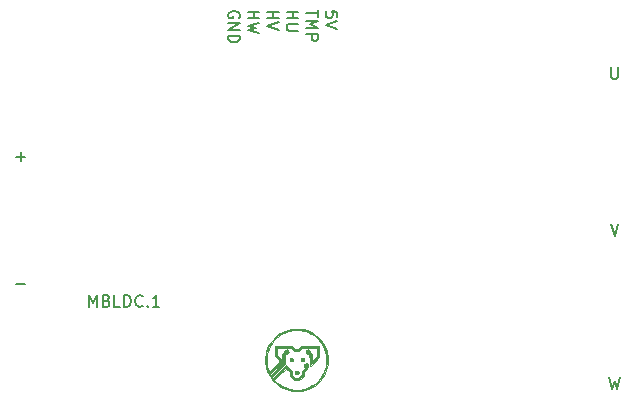
<source format=gbr>
G04 #@! TF.GenerationSoftware,KiCad,Pcbnew,(5.1.5)-3*
G04 #@! TF.CreationDate,2020-12-16T15:48:43+01:00*
G04 #@! TF.ProjectId,esc,6573632e-6b69-4636-9164-5f7063625858,rev?*
G04 #@! TF.SameCoordinates,Original*
G04 #@! TF.FileFunction,Legend,Top*
G04 #@! TF.FilePolarity,Positive*
%FSLAX46Y46*%
G04 Gerber Fmt 4.6, Leading zero omitted, Abs format (unit mm)*
G04 Created by KiCad (PCBNEW (5.1.5)-3) date 2020-12-16 15:48:43*
%MOMM*%
%LPD*%
G04 APERTURE LIST*
%ADD10C,0.150000*%
%ADD11C,0.010000*%
G04 APERTURE END LIST*
D10*
X127349619Y-109037380D02*
X127349619Y-108037380D01*
X127682952Y-108751666D01*
X128016285Y-108037380D01*
X128016285Y-109037380D01*
X128825809Y-108513571D02*
X128968666Y-108561190D01*
X129016285Y-108608809D01*
X129063904Y-108704047D01*
X129063904Y-108846904D01*
X129016285Y-108942142D01*
X128968666Y-108989761D01*
X128873428Y-109037380D01*
X128492476Y-109037380D01*
X128492476Y-108037380D01*
X128825809Y-108037380D01*
X128921047Y-108085000D01*
X128968666Y-108132619D01*
X129016285Y-108227857D01*
X129016285Y-108323095D01*
X128968666Y-108418333D01*
X128921047Y-108465952D01*
X128825809Y-108513571D01*
X128492476Y-108513571D01*
X129968666Y-109037380D02*
X129492476Y-109037380D01*
X129492476Y-108037380D01*
X130302000Y-109037380D02*
X130302000Y-108037380D01*
X130540095Y-108037380D01*
X130682952Y-108085000D01*
X130778190Y-108180238D01*
X130825809Y-108275476D01*
X130873428Y-108465952D01*
X130873428Y-108608809D01*
X130825809Y-108799285D01*
X130778190Y-108894523D01*
X130682952Y-108989761D01*
X130540095Y-109037380D01*
X130302000Y-109037380D01*
X131873428Y-108942142D02*
X131825809Y-108989761D01*
X131682952Y-109037380D01*
X131587714Y-109037380D01*
X131444857Y-108989761D01*
X131349619Y-108894523D01*
X131302000Y-108799285D01*
X131254380Y-108608809D01*
X131254380Y-108465952D01*
X131302000Y-108275476D01*
X131349619Y-108180238D01*
X131444857Y-108085000D01*
X131587714Y-108037380D01*
X131682952Y-108037380D01*
X131825809Y-108085000D01*
X131873428Y-108132619D01*
X132302000Y-108942142D02*
X132349619Y-108989761D01*
X132302000Y-109037380D01*
X132254380Y-108989761D01*
X132302000Y-108942142D01*
X132302000Y-109037380D01*
X133302000Y-109037380D02*
X132730571Y-109037380D01*
X133016285Y-109037380D02*
X133016285Y-108037380D01*
X132921047Y-108180238D01*
X132825809Y-108275476D01*
X132730571Y-108323095D01*
X121158047Y-107132428D02*
X121919952Y-107132428D01*
X121158047Y-96337428D02*
X121919952Y-96337428D01*
X121539000Y-96718380D02*
X121539000Y-95956476D01*
X171402428Y-115022380D02*
X171640523Y-116022380D01*
X171831000Y-115308095D01*
X172021476Y-116022380D01*
X172259571Y-115022380D01*
X171497666Y-102068380D02*
X171831000Y-103068380D01*
X172164333Y-102068380D01*
X171545285Y-88733380D02*
X171545285Y-89542904D01*
X171592904Y-89638142D01*
X171640523Y-89685761D01*
X171735761Y-89733380D01*
X171926238Y-89733380D01*
X172021476Y-89685761D01*
X172069095Y-89638142D01*
X172116714Y-89542904D01*
X172116714Y-88733380D01*
X148375619Y-84518523D02*
X148375619Y-84042333D01*
X147899428Y-83994714D01*
X147947047Y-84042333D01*
X147994666Y-84137571D01*
X147994666Y-84375666D01*
X147947047Y-84470904D01*
X147899428Y-84518523D01*
X147804190Y-84566142D01*
X147566095Y-84566142D01*
X147470857Y-84518523D01*
X147423238Y-84470904D01*
X147375619Y-84375666D01*
X147375619Y-84137571D01*
X147423238Y-84042333D01*
X147470857Y-83994714D01*
X148375619Y-84851857D02*
X147375619Y-85185190D01*
X148375619Y-85518523D01*
X146724619Y-83899476D02*
X146724619Y-84470904D01*
X145724619Y-84185190D02*
X146724619Y-84185190D01*
X145724619Y-84804238D02*
X146724619Y-84804238D01*
X146010333Y-85137571D01*
X146724619Y-85470904D01*
X145724619Y-85470904D01*
X145724619Y-85947095D02*
X146724619Y-85947095D01*
X146724619Y-86328047D01*
X146677000Y-86423285D01*
X146629380Y-86470904D01*
X146534142Y-86518523D01*
X146391285Y-86518523D01*
X146296047Y-86470904D01*
X146248428Y-86423285D01*
X146200809Y-86328047D01*
X146200809Y-85947095D01*
X144073619Y-84042333D02*
X145073619Y-84042333D01*
X144597428Y-84042333D02*
X144597428Y-84613761D01*
X144073619Y-84613761D02*
X145073619Y-84613761D01*
X145073619Y-85089952D02*
X144264095Y-85089952D01*
X144168857Y-85137571D01*
X144121238Y-85185190D01*
X144073619Y-85280428D01*
X144073619Y-85470904D01*
X144121238Y-85566142D01*
X144168857Y-85613761D01*
X144264095Y-85661380D01*
X145073619Y-85661380D01*
X142422619Y-84042333D02*
X143422619Y-84042333D01*
X142946428Y-84042333D02*
X142946428Y-84613761D01*
X142422619Y-84613761D02*
X143422619Y-84613761D01*
X143422619Y-84947095D02*
X142422619Y-85280428D01*
X143422619Y-85613761D01*
X140771619Y-84042333D02*
X141771619Y-84042333D01*
X141295428Y-84042333D02*
X141295428Y-84613761D01*
X140771619Y-84613761D02*
X141771619Y-84613761D01*
X141771619Y-84994714D02*
X140771619Y-85232809D01*
X141485904Y-85423285D01*
X140771619Y-85613761D01*
X141771619Y-85851856D01*
X140073000Y-84566142D02*
X140120619Y-84470904D01*
X140120619Y-84328047D01*
X140073000Y-84185189D01*
X139977761Y-84089951D01*
X139882523Y-84042332D01*
X139692047Y-83994713D01*
X139549190Y-83994713D01*
X139358714Y-84042332D01*
X139263476Y-84089951D01*
X139168238Y-84185189D01*
X139120619Y-84328047D01*
X139120619Y-84423285D01*
X139168238Y-84566142D01*
X139215857Y-84613761D01*
X139549190Y-84613761D01*
X139549190Y-84423285D01*
X139120619Y-85042332D02*
X140120619Y-85042332D01*
X139120619Y-85613761D01*
X140120619Y-85613761D01*
X139120619Y-86089951D02*
X140120619Y-86089951D01*
X140120619Y-86328047D01*
X140073000Y-86470904D01*
X139977761Y-86566142D01*
X139882523Y-86613761D01*
X139692047Y-86661380D01*
X139549190Y-86661380D01*
X139358714Y-86613761D01*
X139263476Y-86566142D01*
X139168238Y-86470904D01*
X139120619Y-86328047D01*
X139120619Y-86089951D01*
D11*
G36*
X145459615Y-113374943D02*
G01*
X145505394Y-113410036D01*
X145528708Y-113444568D01*
X145547237Y-113498582D01*
X145541277Y-113546169D01*
X145509977Y-113592517D01*
X145503232Y-113599494D01*
X145469550Y-113628702D01*
X145437592Y-113641920D01*
X145395256Y-113644947D01*
X145350186Y-113641300D01*
X145317798Y-113626906D01*
X145293656Y-113605870D01*
X145260359Y-113556463D01*
X145252436Y-113502851D01*
X145269765Y-113448867D01*
X145300032Y-113409663D01*
X145351649Y-113373950D01*
X145406605Y-113362645D01*
X145459615Y-113374943D01*
G37*
X145459615Y-113374943D02*
X145505394Y-113410036D01*
X145528708Y-113444568D01*
X145547237Y-113498582D01*
X145541277Y-113546169D01*
X145509977Y-113592517D01*
X145503232Y-113599494D01*
X145469550Y-113628702D01*
X145437592Y-113641920D01*
X145395256Y-113644947D01*
X145350186Y-113641300D01*
X145317798Y-113626906D01*
X145293656Y-113605870D01*
X145260359Y-113556463D01*
X145252436Y-113502851D01*
X145269765Y-113448867D01*
X145300032Y-113409663D01*
X145351649Y-113373950D01*
X145406605Y-113362645D01*
X145459615Y-113374943D01*
G36*
X144496584Y-113356816D02*
G01*
X144542061Y-113385134D01*
X144560994Y-113402743D01*
X144592687Y-113438006D01*
X144608229Y-113468002D01*
X144612827Y-113503546D01*
X144612895Y-113510569D01*
X144606919Y-113568191D01*
X144586650Y-113608073D01*
X144548579Y-113636940D01*
X144546320Y-113638124D01*
X144484979Y-113657642D01*
X144424546Y-113655195D01*
X144372102Y-113631493D01*
X144357867Y-113619239D01*
X144325465Y-113569811D01*
X144314852Y-113513368D01*
X144324882Y-113456637D01*
X144354408Y-113406344D01*
X144400322Y-113370211D01*
X144451300Y-113352239D01*
X144496584Y-113356816D01*
G37*
X144496584Y-113356816D02*
X144542061Y-113385134D01*
X144560994Y-113402743D01*
X144592687Y-113438006D01*
X144608229Y-113468002D01*
X144612827Y-113503546D01*
X144612895Y-113510569D01*
X144606919Y-113568191D01*
X144586650Y-113608073D01*
X144548579Y-113636940D01*
X144546320Y-113638124D01*
X144484979Y-113657642D01*
X144424546Y-113655195D01*
X144372102Y-113631493D01*
X144357867Y-113619239D01*
X144325465Y-113569811D01*
X144314852Y-113513368D01*
X144324882Y-113456637D01*
X144354408Y-113406344D01*
X144400322Y-113370211D01*
X144451300Y-113352239D01*
X144496584Y-113356816D01*
G36*
X144970050Y-114448256D02*
G01*
X145001936Y-114453656D01*
X145024927Y-114465930D01*
X145044868Y-114484547D01*
X145069950Y-114518650D01*
X145079904Y-114558423D01*
X145080790Y-114582097D01*
X145077904Y-114621654D01*
X145065658Y-114651462D01*
X145038665Y-114683157D01*
X145030095Y-114691655D01*
X144995079Y-114722195D01*
X144964477Y-114736903D01*
X144926356Y-114741104D01*
X144919176Y-114741158D01*
X144879548Y-114738290D01*
X144849744Y-114726096D01*
X144818109Y-114699193D01*
X144809450Y-114690462D01*
X144778789Y-114655215D01*
X144764074Y-114624380D01*
X144759978Y-114586170D01*
X144759948Y-114580904D01*
X144765057Y-114533848D01*
X144783846Y-114498216D01*
X144795870Y-114484547D01*
X144818395Y-114464005D01*
X144841983Y-114452698D01*
X144875535Y-114447943D01*
X144920369Y-114447052D01*
X144970050Y-114448256D01*
G37*
X144970050Y-114448256D02*
X145001936Y-114453656D01*
X145024927Y-114465930D01*
X145044868Y-114484547D01*
X145069950Y-114518650D01*
X145079904Y-114558423D01*
X145080790Y-114582097D01*
X145077904Y-114621654D01*
X145065658Y-114651462D01*
X145038665Y-114683157D01*
X145030095Y-114691655D01*
X144995079Y-114722195D01*
X144964477Y-114736903D01*
X144926356Y-114741104D01*
X144919176Y-114741158D01*
X144879548Y-114738290D01*
X144849744Y-114726096D01*
X144818109Y-114699193D01*
X144809450Y-114690462D01*
X144778789Y-114655215D01*
X144764074Y-114624380D01*
X144759978Y-114586170D01*
X144759948Y-114580904D01*
X144765057Y-114533848D01*
X144783846Y-114498216D01*
X144795870Y-114484547D01*
X144818395Y-114464005D01*
X144841983Y-114452698D01*
X144875535Y-114447943D01*
X144920369Y-114447052D01*
X144970050Y-114448256D01*
G36*
X145031235Y-110879788D02*
G01*
X145140801Y-110885627D01*
X145236032Y-110894638D01*
X145262159Y-110898177D01*
X145527865Y-110950937D01*
X145784727Y-111028710D01*
X146031542Y-111130887D01*
X146267103Y-111256860D01*
X146490209Y-111406019D01*
X146699654Y-111577755D01*
X146805901Y-111678914D01*
X146985388Y-111877085D01*
X147141655Y-112088505D01*
X147274645Y-112313069D01*
X147384303Y-112550673D01*
X147470572Y-112801215D01*
X147521107Y-113003263D01*
X147540511Y-113118732D01*
X147554730Y-113252888D01*
X147563526Y-113398144D01*
X147566664Y-113546914D01*
X147563904Y-113691608D01*
X147555011Y-113824640D01*
X147548575Y-113881501D01*
X147500773Y-114145371D01*
X147428607Y-114399296D01*
X147332980Y-114642023D01*
X147214794Y-114872297D01*
X147074951Y-115088866D01*
X146914354Y-115290475D01*
X146733906Y-115475871D01*
X146534508Y-115643800D01*
X146317063Y-115793009D01*
X146082474Y-115922243D01*
X146078110Y-115924374D01*
X145837554Y-116029450D01*
X145598651Y-116108900D01*
X145358171Y-116163383D01*
X145112888Y-116193561D01*
X144859573Y-116200095D01*
X144751135Y-116196010D01*
X144498600Y-116168861D01*
X144249821Y-116116329D01*
X144006903Y-116039690D01*
X143771949Y-115940220D01*
X143547061Y-115819196D01*
X143334342Y-115677895D01*
X143135896Y-115517592D01*
X142953826Y-115339564D01*
X142790235Y-115145087D01*
X142647226Y-114935438D01*
X142631822Y-114909786D01*
X142513689Y-114685191D01*
X142414964Y-114443897D01*
X142336691Y-114188632D01*
X142304713Y-114052684D01*
X142293145Y-113996495D01*
X142284273Y-113947751D01*
X142277734Y-113901509D01*
X142273165Y-113852831D01*
X142270201Y-113796776D01*
X142268478Y-113728402D01*
X142267634Y-113642771D01*
X142267368Y-113559136D01*
X142385479Y-113559136D01*
X142401717Y-113813609D01*
X142443529Y-114068129D01*
X142511000Y-114321152D01*
X142566967Y-114479732D01*
X142582211Y-114519096D01*
X142982606Y-114118868D01*
X143383000Y-113718641D01*
X143383000Y-113544248D01*
X143229263Y-113390947D01*
X143075527Y-113237646D01*
X143075527Y-112321473D01*
X144513160Y-112321473D01*
X144766104Y-112575473D01*
X145047926Y-112575473D01*
X145167685Y-112455158D01*
X145287443Y-112334842D01*
X146832053Y-112334842D01*
X146831793Y-112806079D01*
X146831532Y-113277316D01*
X146090286Y-114043422D01*
X146050090Y-114027025D01*
X146009895Y-114010628D01*
X146006374Y-113550938D01*
X146002853Y-113091247D01*
X145967110Y-113053939D01*
X145936711Y-113028834D01*
X145901958Y-113018166D01*
X145870368Y-113016581D01*
X145802100Y-113006398D01*
X145749657Y-112978814D01*
X145713192Y-112938089D01*
X145692857Y-112888484D01*
X145689981Y-112849996D01*
X145822704Y-112849996D01*
X145836123Y-112876958D01*
X145861861Y-112893630D01*
X145892723Y-112895487D01*
X145921514Y-112878003D01*
X145922856Y-112876436D01*
X145933015Y-112847528D01*
X145927452Y-112814912D01*
X145909310Y-112790830D01*
X145899752Y-112786457D01*
X145860803Y-112786336D01*
X145832859Y-112810327D01*
X145828798Y-112817270D01*
X145822704Y-112849996D01*
X145689981Y-112849996D01*
X145688805Y-112834260D01*
X145701189Y-112779677D01*
X145730161Y-112728996D01*
X145775873Y-112686476D01*
X145838479Y-112656380D01*
X145857281Y-112651178D01*
X145903727Y-112652482D01*
X145954111Y-112673457D01*
X146000990Y-112709583D01*
X146036917Y-112756340D01*
X146039974Y-112762122D01*
X146057933Y-112804591D01*
X146068688Y-112843263D01*
X146070053Y-112856203D01*
X146080160Y-112888319D01*
X146111455Y-112929993D01*
X146136895Y-112956473D01*
X146203737Y-113022310D01*
X146204391Y-113336971D01*
X146205046Y-113651631D01*
X146418286Y-113432413D01*
X146631527Y-113213195D01*
X146631527Y-112522000D01*
X145367653Y-112522000D01*
X145247895Y-112642316D01*
X145128137Y-112762631D01*
X144685864Y-112762631D01*
X144566106Y-112642316D01*
X144446347Y-112522000D01*
X143262685Y-112522000D01*
X143262685Y-113157436D01*
X143416421Y-113310737D01*
X143570158Y-113464037D01*
X143570158Y-113798539D01*
X142670266Y-114698723D01*
X142687176Y-114739550D01*
X142695395Y-114759617D01*
X142703172Y-114775666D01*
X142712113Y-114786474D01*
X142723826Y-114790816D01*
X142739917Y-114787467D01*
X142761993Y-114775204D01*
X142791662Y-114752802D01*
X142830529Y-114719036D01*
X142880201Y-114672684D01*
X142942285Y-114612520D01*
X143018389Y-114537321D01*
X143110118Y-114445861D01*
X143219080Y-114336918D01*
X143230158Y-114325842D01*
X143717211Y-113838927D01*
X143717211Y-113035771D01*
X143789180Y-112964696D01*
X143827376Y-112925015D01*
X143849392Y-112895431D01*
X143859477Y-112868793D01*
X143861562Y-112845712D01*
X143997866Y-112845712D01*
X144000741Y-112876675D01*
X144006860Y-112887403D01*
X144031349Y-112896153D01*
X144063896Y-112892378D01*
X144090032Y-112877958D01*
X144091383Y-112876436D01*
X144103922Y-112845009D01*
X144096191Y-112814646D01*
X144074012Y-112792241D01*
X144043206Y-112784689D01*
X144019899Y-112791780D01*
X144004890Y-112812740D01*
X143997866Y-112845712D01*
X143861562Y-112845712D01*
X143861855Y-112842477D01*
X143873691Y-112774314D01*
X143903977Y-112720405D01*
X143947984Y-112681676D01*
X144000982Y-112659055D01*
X144058244Y-112653468D01*
X144115040Y-112665841D01*
X144166640Y-112697103D01*
X144208316Y-112748180D01*
X144220250Y-112772228D01*
X144235737Y-112838084D01*
X144227510Y-112899678D01*
X144198591Y-112952668D01*
X144152003Y-112992709D01*
X144090769Y-113015458D01*
X144048519Y-113019005D01*
X144012146Y-113022377D01*
X143982727Y-113037359D01*
X143950939Y-113067593D01*
X143905092Y-113116894D01*
X143904730Y-113518010D01*
X143904369Y-113919125D01*
X143370499Y-114452870D01*
X142836629Y-114986614D01*
X142908421Y-115087754D01*
X143453149Y-114543579D01*
X143997877Y-113999403D01*
X144251912Y-114253175D01*
X144505948Y-114506946D01*
X144505948Y-114814182D01*
X144629342Y-114938091D01*
X144752735Y-115062000D01*
X145061215Y-115062000D01*
X145198002Y-114924745D01*
X145334790Y-114787491D01*
X145334790Y-114520101D01*
X145475158Y-114380210D01*
X145526432Y-114327459D01*
X145568835Y-114280624D01*
X145599207Y-114243423D01*
X145614387Y-114219572D01*
X145615527Y-114215109D01*
X145607095Y-114190052D01*
X145585909Y-114157021D01*
X145575615Y-114144440D01*
X145536260Y-114082910D01*
X145527969Y-114042216D01*
X145661281Y-114042216D01*
X145662476Y-114046505D01*
X145680785Y-114067109D01*
X145710933Y-114073449D01*
X145742181Y-114065579D01*
X145762579Y-114046000D01*
X145769028Y-114010982D01*
X145754435Y-113981518D01*
X145723895Y-113966343D01*
X145715790Y-113965789D01*
X145683473Y-113977289D01*
X145663317Y-114005773D01*
X145661281Y-114042216D01*
X145527969Y-114042216D01*
X145523310Y-114019351D01*
X145536724Y-113955690D01*
X145576466Y-113893858D01*
X145580711Y-113889125D01*
X145611290Y-113859861D01*
X145641550Y-113844178D01*
X145683414Y-113836603D01*
X145698071Y-113835252D01*
X145742717Y-113833113D01*
X145772646Y-113838344D01*
X145799606Y-113854510D01*
X145821100Y-113872566D01*
X145864240Y-113915134D01*
X145888362Y-113953516D01*
X145897924Y-113996326D01*
X145898634Y-114022367D01*
X145886090Y-114084976D01*
X145853557Y-114139486D01*
X145827148Y-114163731D01*
X145810156Y-114186066D01*
X145803151Y-114225143D01*
X145802685Y-114244181D01*
X145802086Y-114269106D01*
X145798388Y-114289878D01*
X145788739Y-114310616D01*
X145770289Y-114335443D01*
X145740185Y-114368480D01*
X145695575Y-114413848D01*
X145662316Y-114447052D01*
X145521948Y-114586943D01*
X145521948Y-114867823D01*
X145331621Y-115058490D01*
X145141293Y-115249158D01*
X144672681Y-115249158D01*
X144495736Y-115071847D01*
X144318790Y-114894536D01*
X144318790Y-114587003D01*
X144158276Y-114426907D01*
X143997761Y-114266811D01*
X143513491Y-114751082D01*
X143029220Y-115235353D01*
X143102505Y-115310197D01*
X143278453Y-115471744D01*
X143473355Y-115617648D01*
X143683430Y-115745989D01*
X143904900Y-115854848D01*
X144133986Y-115942304D01*
X144366907Y-116006437D01*
X144532685Y-116036782D01*
X144586431Y-116044625D01*
X144633719Y-116051745D01*
X144664910Y-116056690D01*
X144666369Y-116056939D01*
X144689471Y-116058457D01*
X144734756Y-116059384D01*
X144797675Y-116059702D01*
X144873680Y-116059395D01*
X144958222Y-116058446D01*
X144980527Y-116058100D01*
X145082944Y-116055992D01*
X145164533Y-116053081D01*
X145231198Y-116048851D01*
X145288845Y-116042783D01*
X145343381Y-116034359D01*
X145400711Y-116023060D01*
X145415000Y-116019982D01*
X145595498Y-115974895D01*
X145762109Y-115920344D01*
X145927169Y-115852095D01*
X145989842Y-115822753D01*
X146217607Y-115698514D01*
X146431569Y-115552176D01*
X146629335Y-115385537D01*
X146788860Y-115222646D01*
X146954649Y-115018041D01*
X147096374Y-114802988D01*
X147213911Y-114578945D01*
X147307132Y-114347373D01*
X147375912Y-114109730D01*
X147420127Y-113867477D01*
X147439651Y-113622073D01*
X147434357Y-113374978D01*
X147404121Y-113127652D01*
X147348817Y-112881554D01*
X147268320Y-112638144D01*
X147162503Y-112398882D01*
X147049286Y-112194473D01*
X146906345Y-111984987D01*
X146743778Y-111793048D01*
X146562888Y-111619562D01*
X146364973Y-111465432D01*
X146151335Y-111331565D01*
X145923274Y-111218864D01*
X145682090Y-111128234D01*
X145429085Y-111060579D01*
X145415000Y-111057574D01*
X145293904Y-111037215D01*
X145155889Y-111022617D01*
X145009094Y-111014037D01*
X144861654Y-111011734D01*
X144721708Y-111015965D01*
X144597393Y-111026990D01*
X144570092Y-111030779D01*
X144306531Y-111083327D01*
X144055162Y-111159250D01*
X143816875Y-111257931D01*
X143592559Y-111378751D01*
X143383104Y-111521091D01*
X143189400Y-111684332D01*
X143012336Y-111867857D01*
X142852803Y-112071046D01*
X142711688Y-112293282D01*
X142684905Y-112341526D01*
X142574554Y-112572599D01*
X142489351Y-112811441D01*
X142429381Y-113056507D01*
X142394728Y-113306254D01*
X142385479Y-113559136D01*
X142267368Y-113559136D01*
X142267321Y-113544684D01*
X142268089Y-113398791D01*
X142270951Y-113279489D01*
X142275910Y-113186715D01*
X142282968Y-113120405D01*
X142284650Y-113110210D01*
X142343439Y-112845211D01*
X142422484Y-112597018D01*
X142522622Y-112364056D01*
X142644691Y-112144753D01*
X142789527Y-111937534D01*
X142957969Y-111740827D01*
X143077086Y-111621112D01*
X143279311Y-111446983D01*
X143497268Y-111293849D01*
X143729035Y-111162623D01*
X143972691Y-111054221D01*
X144226314Y-110969558D01*
X144487982Y-110909548D01*
X144612895Y-110890160D01*
X144698165Y-110882306D01*
X144801753Y-110878027D01*
X144915498Y-110877221D01*
X145031235Y-110879788D01*
G37*
X145031235Y-110879788D02*
X145140801Y-110885627D01*
X145236032Y-110894638D01*
X145262159Y-110898177D01*
X145527865Y-110950937D01*
X145784727Y-111028710D01*
X146031542Y-111130887D01*
X146267103Y-111256860D01*
X146490209Y-111406019D01*
X146699654Y-111577755D01*
X146805901Y-111678914D01*
X146985388Y-111877085D01*
X147141655Y-112088505D01*
X147274645Y-112313069D01*
X147384303Y-112550673D01*
X147470572Y-112801215D01*
X147521107Y-113003263D01*
X147540511Y-113118732D01*
X147554730Y-113252888D01*
X147563526Y-113398144D01*
X147566664Y-113546914D01*
X147563904Y-113691608D01*
X147555011Y-113824640D01*
X147548575Y-113881501D01*
X147500773Y-114145371D01*
X147428607Y-114399296D01*
X147332980Y-114642023D01*
X147214794Y-114872297D01*
X147074951Y-115088866D01*
X146914354Y-115290475D01*
X146733906Y-115475871D01*
X146534508Y-115643800D01*
X146317063Y-115793009D01*
X146082474Y-115922243D01*
X146078110Y-115924374D01*
X145837554Y-116029450D01*
X145598651Y-116108900D01*
X145358171Y-116163383D01*
X145112888Y-116193561D01*
X144859573Y-116200095D01*
X144751135Y-116196010D01*
X144498600Y-116168861D01*
X144249821Y-116116329D01*
X144006903Y-116039690D01*
X143771949Y-115940220D01*
X143547061Y-115819196D01*
X143334342Y-115677895D01*
X143135896Y-115517592D01*
X142953826Y-115339564D01*
X142790235Y-115145087D01*
X142647226Y-114935438D01*
X142631822Y-114909786D01*
X142513689Y-114685191D01*
X142414964Y-114443897D01*
X142336691Y-114188632D01*
X142304713Y-114052684D01*
X142293145Y-113996495D01*
X142284273Y-113947751D01*
X142277734Y-113901509D01*
X142273165Y-113852831D01*
X142270201Y-113796776D01*
X142268478Y-113728402D01*
X142267634Y-113642771D01*
X142267368Y-113559136D01*
X142385479Y-113559136D01*
X142401717Y-113813609D01*
X142443529Y-114068129D01*
X142511000Y-114321152D01*
X142566967Y-114479732D01*
X142582211Y-114519096D01*
X142982606Y-114118868D01*
X143383000Y-113718641D01*
X143383000Y-113544248D01*
X143229263Y-113390947D01*
X143075527Y-113237646D01*
X143075527Y-112321473D01*
X144513160Y-112321473D01*
X144766104Y-112575473D01*
X145047926Y-112575473D01*
X145167685Y-112455158D01*
X145287443Y-112334842D01*
X146832053Y-112334842D01*
X146831793Y-112806079D01*
X146831532Y-113277316D01*
X146090286Y-114043422D01*
X146050090Y-114027025D01*
X146009895Y-114010628D01*
X146006374Y-113550938D01*
X146002853Y-113091247D01*
X145967110Y-113053939D01*
X145936711Y-113028834D01*
X145901958Y-113018166D01*
X145870368Y-113016581D01*
X145802100Y-113006398D01*
X145749657Y-112978814D01*
X145713192Y-112938089D01*
X145692857Y-112888484D01*
X145689981Y-112849996D01*
X145822704Y-112849996D01*
X145836123Y-112876958D01*
X145861861Y-112893630D01*
X145892723Y-112895487D01*
X145921514Y-112878003D01*
X145922856Y-112876436D01*
X145933015Y-112847528D01*
X145927452Y-112814912D01*
X145909310Y-112790830D01*
X145899752Y-112786457D01*
X145860803Y-112786336D01*
X145832859Y-112810327D01*
X145828798Y-112817270D01*
X145822704Y-112849996D01*
X145689981Y-112849996D01*
X145688805Y-112834260D01*
X145701189Y-112779677D01*
X145730161Y-112728996D01*
X145775873Y-112686476D01*
X145838479Y-112656380D01*
X145857281Y-112651178D01*
X145903727Y-112652482D01*
X145954111Y-112673457D01*
X146000990Y-112709583D01*
X146036917Y-112756340D01*
X146039974Y-112762122D01*
X146057933Y-112804591D01*
X146068688Y-112843263D01*
X146070053Y-112856203D01*
X146080160Y-112888319D01*
X146111455Y-112929993D01*
X146136895Y-112956473D01*
X146203737Y-113022310D01*
X146204391Y-113336971D01*
X146205046Y-113651631D01*
X146418286Y-113432413D01*
X146631527Y-113213195D01*
X146631527Y-112522000D01*
X145367653Y-112522000D01*
X145247895Y-112642316D01*
X145128137Y-112762631D01*
X144685864Y-112762631D01*
X144566106Y-112642316D01*
X144446347Y-112522000D01*
X143262685Y-112522000D01*
X143262685Y-113157436D01*
X143416421Y-113310737D01*
X143570158Y-113464037D01*
X143570158Y-113798539D01*
X142670266Y-114698723D01*
X142687176Y-114739550D01*
X142695395Y-114759617D01*
X142703172Y-114775666D01*
X142712113Y-114786474D01*
X142723826Y-114790816D01*
X142739917Y-114787467D01*
X142761993Y-114775204D01*
X142791662Y-114752802D01*
X142830529Y-114719036D01*
X142880201Y-114672684D01*
X142942285Y-114612520D01*
X143018389Y-114537321D01*
X143110118Y-114445861D01*
X143219080Y-114336918D01*
X143230158Y-114325842D01*
X143717211Y-113838927D01*
X143717211Y-113035771D01*
X143789180Y-112964696D01*
X143827376Y-112925015D01*
X143849392Y-112895431D01*
X143859477Y-112868793D01*
X143861562Y-112845712D01*
X143997866Y-112845712D01*
X144000741Y-112876675D01*
X144006860Y-112887403D01*
X144031349Y-112896153D01*
X144063896Y-112892378D01*
X144090032Y-112877958D01*
X144091383Y-112876436D01*
X144103922Y-112845009D01*
X144096191Y-112814646D01*
X144074012Y-112792241D01*
X144043206Y-112784689D01*
X144019899Y-112791780D01*
X144004890Y-112812740D01*
X143997866Y-112845712D01*
X143861562Y-112845712D01*
X143861855Y-112842477D01*
X143873691Y-112774314D01*
X143903977Y-112720405D01*
X143947984Y-112681676D01*
X144000982Y-112659055D01*
X144058244Y-112653468D01*
X144115040Y-112665841D01*
X144166640Y-112697103D01*
X144208316Y-112748180D01*
X144220250Y-112772228D01*
X144235737Y-112838084D01*
X144227510Y-112899678D01*
X144198591Y-112952668D01*
X144152003Y-112992709D01*
X144090769Y-113015458D01*
X144048519Y-113019005D01*
X144012146Y-113022377D01*
X143982727Y-113037359D01*
X143950939Y-113067593D01*
X143905092Y-113116894D01*
X143904730Y-113518010D01*
X143904369Y-113919125D01*
X143370499Y-114452870D01*
X142836629Y-114986614D01*
X142908421Y-115087754D01*
X143453149Y-114543579D01*
X143997877Y-113999403D01*
X144251912Y-114253175D01*
X144505948Y-114506946D01*
X144505948Y-114814182D01*
X144629342Y-114938091D01*
X144752735Y-115062000D01*
X145061215Y-115062000D01*
X145198002Y-114924745D01*
X145334790Y-114787491D01*
X145334790Y-114520101D01*
X145475158Y-114380210D01*
X145526432Y-114327459D01*
X145568835Y-114280624D01*
X145599207Y-114243423D01*
X145614387Y-114219572D01*
X145615527Y-114215109D01*
X145607095Y-114190052D01*
X145585909Y-114157021D01*
X145575615Y-114144440D01*
X145536260Y-114082910D01*
X145527969Y-114042216D01*
X145661281Y-114042216D01*
X145662476Y-114046505D01*
X145680785Y-114067109D01*
X145710933Y-114073449D01*
X145742181Y-114065579D01*
X145762579Y-114046000D01*
X145769028Y-114010982D01*
X145754435Y-113981518D01*
X145723895Y-113966343D01*
X145715790Y-113965789D01*
X145683473Y-113977289D01*
X145663317Y-114005773D01*
X145661281Y-114042216D01*
X145527969Y-114042216D01*
X145523310Y-114019351D01*
X145536724Y-113955690D01*
X145576466Y-113893858D01*
X145580711Y-113889125D01*
X145611290Y-113859861D01*
X145641550Y-113844178D01*
X145683414Y-113836603D01*
X145698071Y-113835252D01*
X145742717Y-113833113D01*
X145772646Y-113838344D01*
X145799606Y-113854510D01*
X145821100Y-113872566D01*
X145864240Y-113915134D01*
X145888362Y-113953516D01*
X145897924Y-113996326D01*
X145898634Y-114022367D01*
X145886090Y-114084976D01*
X145853557Y-114139486D01*
X145827148Y-114163731D01*
X145810156Y-114186066D01*
X145803151Y-114225143D01*
X145802685Y-114244181D01*
X145802086Y-114269106D01*
X145798388Y-114289878D01*
X145788739Y-114310616D01*
X145770289Y-114335443D01*
X145740185Y-114368480D01*
X145695575Y-114413848D01*
X145662316Y-114447052D01*
X145521948Y-114586943D01*
X145521948Y-114867823D01*
X145331621Y-115058490D01*
X145141293Y-115249158D01*
X144672681Y-115249158D01*
X144495736Y-115071847D01*
X144318790Y-114894536D01*
X144318790Y-114587003D01*
X144158276Y-114426907D01*
X143997761Y-114266811D01*
X143513491Y-114751082D01*
X143029220Y-115235353D01*
X143102505Y-115310197D01*
X143278453Y-115471744D01*
X143473355Y-115617648D01*
X143683430Y-115745989D01*
X143904900Y-115854848D01*
X144133986Y-115942304D01*
X144366907Y-116006437D01*
X144532685Y-116036782D01*
X144586431Y-116044625D01*
X144633719Y-116051745D01*
X144664910Y-116056690D01*
X144666369Y-116056939D01*
X144689471Y-116058457D01*
X144734756Y-116059384D01*
X144797675Y-116059702D01*
X144873680Y-116059395D01*
X144958222Y-116058446D01*
X144980527Y-116058100D01*
X145082944Y-116055992D01*
X145164533Y-116053081D01*
X145231198Y-116048851D01*
X145288845Y-116042783D01*
X145343381Y-116034359D01*
X145400711Y-116023060D01*
X145415000Y-116019982D01*
X145595498Y-115974895D01*
X145762109Y-115920344D01*
X145927169Y-115852095D01*
X145989842Y-115822753D01*
X146217607Y-115698514D01*
X146431569Y-115552176D01*
X146629335Y-115385537D01*
X146788860Y-115222646D01*
X146954649Y-115018041D01*
X147096374Y-114802988D01*
X147213911Y-114578945D01*
X147307132Y-114347373D01*
X147375912Y-114109730D01*
X147420127Y-113867477D01*
X147439651Y-113622073D01*
X147434357Y-113374978D01*
X147404121Y-113127652D01*
X147348817Y-112881554D01*
X147268320Y-112638144D01*
X147162503Y-112398882D01*
X147049286Y-112194473D01*
X146906345Y-111984987D01*
X146743778Y-111793048D01*
X146562888Y-111619562D01*
X146364973Y-111465432D01*
X146151335Y-111331565D01*
X145923274Y-111218864D01*
X145682090Y-111128234D01*
X145429085Y-111060579D01*
X145415000Y-111057574D01*
X145293904Y-111037215D01*
X145155889Y-111022617D01*
X145009094Y-111014037D01*
X144861654Y-111011734D01*
X144721708Y-111015965D01*
X144597393Y-111026990D01*
X144570092Y-111030779D01*
X144306531Y-111083327D01*
X144055162Y-111159250D01*
X143816875Y-111257931D01*
X143592559Y-111378751D01*
X143383104Y-111521091D01*
X143189400Y-111684332D01*
X143012336Y-111867857D01*
X142852803Y-112071046D01*
X142711688Y-112293282D01*
X142684905Y-112341526D01*
X142574554Y-112572599D01*
X142489351Y-112811441D01*
X142429381Y-113056507D01*
X142394728Y-113306254D01*
X142385479Y-113559136D01*
X142267368Y-113559136D01*
X142267321Y-113544684D01*
X142268089Y-113398791D01*
X142270951Y-113279489D01*
X142275910Y-113186715D01*
X142282968Y-113120405D01*
X142284650Y-113110210D01*
X142343439Y-112845211D01*
X142422484Y-112597018D01*
X142522622Y-112364056D01*
X142644691Y-112144753D01*
X142789527Y-111937534D01*
X142957969Y-111740827D01*
X143077086Y-111621112D01*
X143279311Y-111446983D01*
X143497268Y-111293849D01*
X143729035Y-111162623D01*
X143972691Y-111054221D01*
X144226314Y-110969558D01*
X144487982Y-110909548D01*
X144612895Y-110890160D01*
X144698165Y-110882306D01*
X144801753Y-110878027D01*
X144915498Y-110877221D01*
X145031235Y-110879788D01*
M02*

</source>
